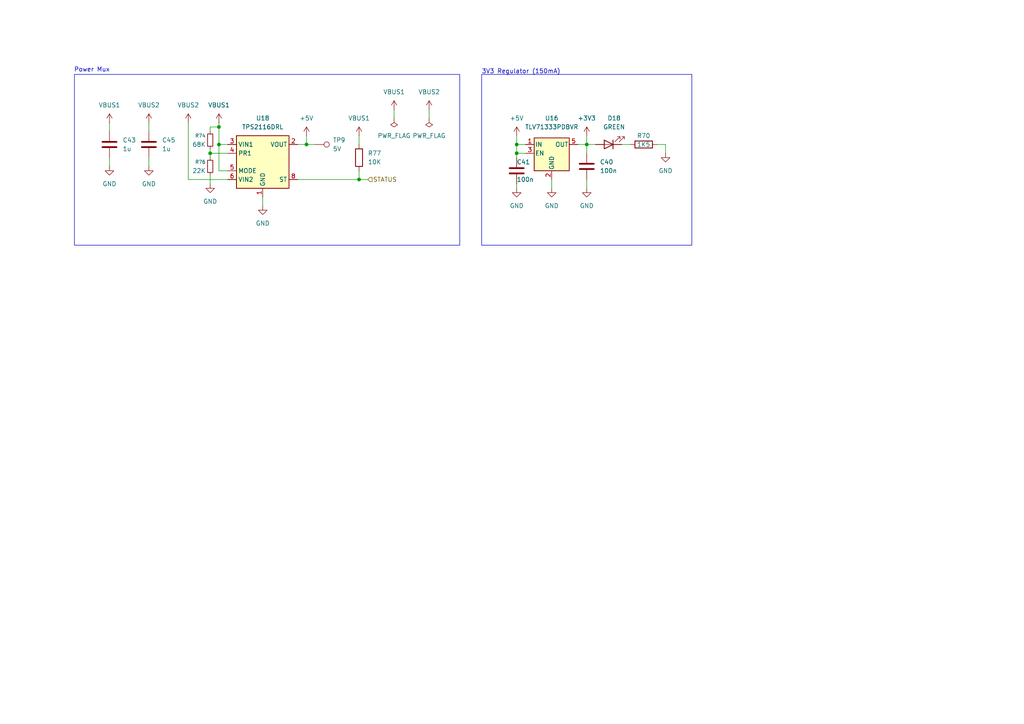
<source format=kicad_sch>
(kicad_sch (version 20250114) (generator "eeschema") (generator_version "9.0")
  (paper "A4")
  (lib_symbols
    (symbol "Connector:TestPoint" (pin_numbers (hide yes)) (pin_names (offset 0.762) (hide yes))
      (property "Reference" "TP" (at 0 6.858 0))
      (property "Value" "TestPoint" (at 0 5.08 0))
      (symbol "TestPoint_0_1"
        (circle (center 0 3.302) (radius 0.762))
      )
      (symbol "TestPoint_1_1"
        (pin passive line (at 0 0 90) (length 2.54) (name "1") (number "1"))
      )
    )
    (symbol "Device:C" (pin_numbers (hide yes)) (pin_names (offset 0.254))
      (property "Reference" "C" (at 0.635 2.54 0))
      (property "Value" "C" (at 0.635 -2.54 0))
      (symbol "C_0_1"
        (polyline (pts (xy -2.032 0.762) (xy 2.032 0.762)) (stroke (width 0.508)))
        (polyline (pts (xy -2.032 -0.762) (xy 2.032 -0.762)) (stroke (width 0.508)))
      )
      (symbol "C_1_1"
        (pin passive line (at 0 3.81 270) (length 2.794) (name "~") (number "1"))
        (pin passive line (at 0 -3.81 90) (length 2.794) (name "~") (number "2"))
      )
    )
    (symbol "Device:LED" (pin_numbers (hide yes)) (pin_names (offset 1.016) (hide yes))
      (property "Reference" "D" (at 0 2.54 0))
      (property "Value" "LED" (at 0 -2.54 0))
      (symbol "LED_0_1"
        (polyline (pts (xy -3.048 -0.762) (xy -4.572 -2.286) (xy -3.81 -2.286) (xy -4.572 -2.286) (xy -4.572 -1.524)))
        (polyline (pts (xy -1.778 -0.762) (xy -3.302 -2.286) (xy -2.54 -2.286) (xy -3.302 -2.286) (xy -3.302 -1.524)))
        (polyline (pts (xy -1.27 0) (xy 1.27 0)))
        (polyline (pts (xy -1.27 -1.27) (xy -1.27 1.27)) (stroke (width 0.254)))
        (polyline (pts (xy 1.27 -1.27) (xy 1.27 1.27) (xy -1.27 0) (xy 1.27 -1.27)) (stroke (width 0.254)))
      )
      (symbol "LED_1_1"
        (pin passive line (at -3.81 0 0) (length 2.54) (name "K") (number "1"))
        (pin passive line (at 3.81 0 180) (length 2.54) (name "A") (number "2"))
      )
    )
    (symbol "Device:R" (pin_numbers (hide yes)) (pin_names (offset 0))
      (property "Reference" "R" (at 2.032 0 90))
      (property "Value" "R" (at 0 0 90))
      (symbol "R_0_1"
        (rectangle (start -1.016 -2.54) (end 1.016 2.54) (stroke (width 0.254)))
      )
      (symbol "R_1_1"
        (pin passive line (at 0 3.81 270) (length 1.27) (name "~") (number "1"))
        (pin passive line (at 0 -3.81 90) (length 1.27) (name "~") (number "2"))
      )
    )
    (symbol "Device:R_Small" (pin_numbers (hide yes)) (pin_names (offset 0.254) (hide yes))
      (property "Reference" "R" (at 0 0 90))
      (property "Value" "R_Small" (at 1.778 0 90))
      (symbol "R_Small_0_1"
        (rectangle (start -0.762 1.778) (end 0.762 -1.778) (stroke (width 0.2032)))
      )
      (symbol "R_Small_1_1"
        (pin passive line (at 0 2.54 270) (length 0.762) (name "~") (number "1"))
        (pin passive line (at 0 -2.54 90) (length 0.762) (name "~") (number "2"))
      )
    )
    (symbol "Power_Management:TPS2116DRL"
      (property "Reference" "U" (at -7.874 9.144 0))
      (property "Value" "TPS2116DRL" (at 0.508 -8.89 0))
      (symbol "TPS2116DRL_0_1"
        (rectangle (start -7.62 7.62) (end 7.62 -7.62) (stroke (width 0.254)) (fill (type background)))
      )
      (symbol "TPS2116DRL_1_0"
        (pin power_out line (at 10.16 5.08 180) (length 2.54) (hide yes) (name "VOUT") (number "7"))
      )
      (symbol "TPS2116DRL_1_1"
        (pin power_in line (at -10.16 5.08 0) (length 2.54) (name "VIN1") (number "3"))
        (pin input line (at -10.16 2.54 0) (length 2.54) (name "PR1") (number "4"))
        (pin input line (at -10.16 -2.54 0) (length 2.54) (name "MODE") (number "5"))
        (pin power_in line (at -10.16 -5.08 0) (length 2.54) (name "VIN2") (number "6"))
        (pin power_in line (at 0 -10.16 90) (length 2.54) (name "GND") (number "1"))
        (pin power_out line (at 10.16 5.08 180) (length 2.54) (name "VOUT") (number "2"))
        (pin open_collector line (at 10.16 -5.08 180) (length 2.54) (name "ST") (number "8"))
      )
    )
    (symbol "TLV71333PDQ:TLV71333PDBVR" (pin_names (offset 0.254))
      (property "Reference" "U" (at -3.81 5.715 0))
      (property "Value" "TLV71333PDBVR" (at 0 5.715 0))
      (symbol "TLV71333PDBVR_0_1"
        (rectangle (start -5.08 4.445) (end 5.08 -5.08) (stroke (width 0.254)) (fill (type background)))
      )
      (symbol "TLV71333PDBVR_1_1"
        (pin power_in line (at -7.62 2.54 0) (length 2.54) (name "IN") (number "1"))
        (pin input line (at -7.62 0 0) (length 2.54) (name "EN") (number "3"))
        (pin power_in line (at 0 -7.62 90) (length 2.54) (name "GND") (number "2"))
        (pin no_connect line (at 2.54 -7.62 90) (length 2.54) (hide yes) (name "NC") (number "4"))
        (pin power_out line (at 7.62 2.54 180) (length 2.54) (name "OUT") (number "5"))
      )
    )
    (symbol "power:+3V3" (power) (pin_numbers (hide yes)) (pin_names (offset 0) (hide yes))
      (property "Value" "+3V3" (at 0 3.556 0))
      (symbol "+3V3_0_1"
        (polyline (pts (xy -0.762 1.27) (xy 0 2.54)))
        (polyline (pts (xy 0 2.54) (xy 0.762 1.27)))
        (polyline (pts (xy 0 0) (xy 0 2.54)))
      )
      (symbol "+3V3_1_1"
        (pin power_in line (at 0 0 90) (length 0) (name "~") (number "1"))
      )
    )
    (symbol "power:+5V" (power) (pin_numbers (hide yes)) (pin_names (offset 0) (hide yes))
      (property "Value" "+5V" (at 0 3.556 0))
      (symbol "+5V_0_1"
        (polyline (pts (xy -0.762 1.27) (xy 0 2.54)))
        (polyline (pts (xy 0 2.54) (xy 0.762 1.27)))
        (polyline (pts (xy 0 0) (xy 0 2.54)))
      )
      (symbol "+5V_1_1"
        (pin power_in line (at 0 0 90) (length 0) (name "~") (number "1"))
      )
    )
    (symbol "power:GND" (power) (pin_numbers (hide yes)) (pin_names (offset 0) (hide yes))
      (property "Value" "GND" (at 0 -3.81 0))
      (symbol "GND_0_1"
        (polyline (pts (xy 0 0) (xy 0 -1.27) (xy 1.27 -1.27) (xy 0 -2.54) (xy -1.27 -1.27) (xy 0 -1.27)))
      )
      (symbol "GND_1_1"
        (pin power_in line (at 0 0 270) (length 0) (name "~") (number "1"))
      )
    )
    (symbol "power:PWR_FLAG" (power) (pin_numbers (hide yes)) (pin_names (offset 0) (hide yes))
      (property "Value" "PWR_FLAG" (at 0 3.81 0))
      (symbol "PWR_FLAG_0_0"
        (pin power_out line (at 0 0 90) (length 0) (name "~") (number "1"))
      )
      (symbol "PWR_FLAG_0_1"
        (polyline (pts (xy 0 0) (xy 0 1.27) (xy -1.016 1.905) (xy 0 2.54) (xy 1.016 1.905) (xy 0 1.27)))
      )
    )
    (symbol "power:VBUS" (power) (pin_numbers (hide yes)) (pin_names (offset 0) (hide yes))
      (property "Value" "VBUS" (at 0 3.556 0))
      (symbol "VBUS_0_1"
        (polyline (pts (xy -0.762 1.27) (xy 0 2.54)))
        (polyline (pts (xy 0 2.54) (xy 0.762 1.27)))
        (polyline (pts (xy 0 0) (xy 0 2.54)))
      )
      (symbol "VBUS_1_1"
        (pin power_in line (at 0 0 90) (length 0) (name "~") (number "1"))
      )
    )
  )
  (rectangle (start 21.59 21.59) (end 133.35 71.12))
  (text "3V3 Regulator (150mA)" (at 139.7 21.59 0) (effects (font (size 1.27 1.27)) (justify left bottom)))
  (text "Power Mux" (at 26.67 20.32 0) (effects (font (size 1.27 1.27))))
  (junction (at 60.96 44.45))
  (junction (at 63.5 41.91))
  (junction (at 170.18 41.91))
  (junction (at 149.86 41.91))
  (junction (at 88.9 41.91))
  (junction (at 104.14 52.07))
  (junction (at 63.5 36.83))
  (junction (at 149.86 44.45))
  (wire (pts (xy 60.96 36.83) (xy 60.96 38.1)))
  (wire (pts (xy 167.64 41.91) (xy 170.18 41.91)))
  (wire (pts (xy 193.04 41.91) (xy 190.5 41.91)))
  (wire (pts (xy 104.14 49.53) (xy 104.14 52.07)))
  (wire (pts (xy 43.18 45.72) (xy 43.18 48.26)))
  (wire (pts (xy 193.04 44.45) (xy 193.04 41.91)))
  (polyline (pts (xy 200.66 71.12) (xy 139.7 71.12)))
  (wire (pts (xy 149.86 44.45) (xy 152.4 44.45)))
  (wire (pts (xy 104.14 52.07) (xy 106.68 52.07)))
  (wire (pts (xy 63.5 49.53) (xy 66.04 49.53)))
  (wire (pts (xy 88.9 41.91) (xy 86.36 41.91)))
  (wire (pts (xy 170.18 41.91) (xy 172.72 41.91)))
  (wire (pts (xy 170.18 39.37) (xy 170.18 41.91)))
  (wire (pts (xy 76.2 57.15) (xy 76.2 59.69)))
  (wire (pts (xy 114.3 31.75) (xy 114.3 34.29)))
  (wire (pts (xy 88.9 39.37) (xy 88.9 41.91)))
  (wire (pts (xy 149.86 41.91) (xy 152.4 41.91)))
  (wire (pts (xy 43.18 35.56) (xy 43.18 38.1)))
  (polyline (pts (xy 139.7 21.59) (xy 200.66 21.59)))
  (wire (pts (xy 86.36 52.07) (xy 104.14 52.07)))
  (wire (pts (xy 31.75 45.72) (xy 31.75 48.26)))
  (polyline (pts (xy 139.7 21.59) (xy 139.7 71.12)))
  (wire (pts (xy 63.5 41.91) (xy 66.04 41.91)))
  (wire (pts (xy 149.86 41.91) (xy 149.86 44.45)))
  (wire (pts (xy 60.96 44.45) (xy 60.96 43.18)))
  (wire (pts (xy 60.96 44.45) (xy 60.96 45.72)))
  (wire (pts (xy 31.75 35.56) (xy 31.75 38.1)))
  (wire (pts (xy 54.61 35.56) (xy 54.61 52.07)))
  (wire (pts (xy 170.18 52.07) (xy 170.18 54.61)))
  (wire (pts (xy 60.96 50.8) (xy 60.96 53.34)))
  (wire (pts (xy 124.46 31.75) (xy 124.46 34.29)))
  (wire (pts (xy 149.86 39.37) (xy 149.86 41.91)))
  (wire (pts (xy 63.5 36.83) (xy 60.96 36.83)))
  (wire (pts (xy 149.86 45.72) (xy 149.86 44.45)))
  (wire (pts (xy 88.9 41.91) (xy 91.44 41.91)))
  (wire (pts (xy 180.34 41.91) (xy 182.88 41.91)))
  (wire (pts (xy 63.5 35.56) (xy 63.5 36.83)))
  (wire (pts (xy 160.02 52.07) (xy 160.02 54.61)))
  (wire (pts (xy 149.86 53.34) (xy 149.86 54.61)))
  (wire (pts (xy 63.5 36.83) (xy 63.5 41.91)))
  (wire (pts (xy 54.61 52.07) (xy 66.04 52.07)))
  (polyline (pts (xy 200.66 21.59) (xy 200.66 71.12)))
  (wire (pts (xy 104.14 39.37) (xy 104.14 41.91)))
  (wire (pts (xy 170.18 41.91) (xy 170.18 44.45)))
  (wire (pts (xy 66.04 44.45) (xy 60.96 44.45)))
  (wire (pts (xy 63.5 41.91) (xy 63.5 49.53)))
  (hierarchical_label "STATUS" (shape input) (at 106.68 52.07 0))
  (symbol (lib_id "Device:C") (at 149.86 49.53 0) (unit 1)
    (property "Reference" "C41" (at 149.86 46.99 0) (effects (justify left)))
    (property "Value" "100n" (at 149.86 52.07 0) (effects (justify left)))
    (property "Footprint" "Capacitor_SMD:C_0603_1608Metric" (effects (hide yes)))
    (property "Description" "Unpolarized capacitor" (effects (hide yes)))
    (property "LCSC" "C282519" (effects (hide yes)))
  )
  (symbol (lib_id "power:PWR_FLAG") (at 114.3 34.29 180) (unit 1)
    (property "Reference" "#FLG03" (effects (hide yes)))
    (property "Value" "PWR_FLAG" (at 114.3 39.37 0))
    (property "Description" "Special symbol for telling ERC where power comes from" (effects (hide yes)))
  )
  (symbol (lib_id "power:VBUS") (at 31.75 35.56 0) (unit 1)
    (property "Reference" "#PWR0153" (effects (hide yes)))
    (property "Value" "VBUS1" (at 31.75 30.48 0))
    (property "Description" "Power symbol creates a global label with name \"VBUS\"" (effects (hide yes)))
  )
  (symbol (lib_id "power:GND") (at 170.18 54.61 0) (unit 1)
    (property "Reference" "#PWR0123" (effects (hide yes)))
    (property "Value" "GND" (at 170.18 59.69 0))
    (property "Description" "Power symbol creates a global label with name \"GND\" , ground" (effects (hide yes)))
  )
  (symbol (lib_id "Device:C") (at 43.18 41.91 0) (unit 1)
    (property "Reference" "C45" (at 46.99 40.6399 0) (effects (justify left)))
    (property "Value" "1u" (at 46.99 43.1799 0) (effects (justify left)))
    (property "Footprint" "Capacitor_SMD:C_0603_1608Metric" (effects (hide yes)))
    (property "Description" "Unpolarized capacitor" (effects (hide yes)))
  )
  (symbol (lib_id "Device:LED") (at 176.53 41.91 180) (unit 1)
    (property "Reference" "D18" (at 178.1175 34.29 0))
    (property "Value" "GREEN" (at 178.1175 36.83 0))
    (property "Footprint" "LED_SMD:LED_0603_1608Metric" (effects (hide yes)))
    (property "Description" "Light emitting diode" (effects (hide yes)))
    (property "LCSC" "C2856703" (effects (hide yes)))
    (property "Part" "QBLP595-IG" (effects (hide yes)))
    (property "Sim.Pins" "1=K 2=A" (effects (hide yes)))
  )
  (symbol (lib_id "power:GND") (at 160.02 54.61 0) (unit 1)
    (property "Reference" "#PWR0122" (effects (hide yes)))
    (property "Value" "GND" (at 160.02 59.69 0))
    (property "Description" "Power symbol creates a global label with name \"GND\" , ground" (effects (hide yes)))
  )
  (symbol (lib_id "power:VBUS") (at 54.61 35.56 0) (unit 1)
    (property "Reference" "#PWR0149" (effects (hide yes)))
    (property "Value" "VBUS2" (at 54.61 30.48 0))
    (property "Description" "Power symbol creates a global label with name \"VBUS\"" (effects (hide yes)))
  )
  (symbol (lib_id "Connector:TestPoint") (at 91.44 41.91 270) (unit 1)
    (property "Reference" "TP9" (at 96.52 40.6399 90) (effects (justify left)))
    (property "Value" "5V" (at 96.52 43.1799 90) (effects (justify left)))
    (property "Footprint" "TestPoint:TestPoint_Pad_1.0x1.0mm" (effects (hide yes)))
    (property "Description" "test point" (effects (hide yes)))
  )
  (symbol (lib_id "Device:C") (at 170.18 48.26 0) (unit 1)
    (property "Reference" "C40" (at 173.99 46.9899 0) (effects (justify left)))
    (property "Value" "100n" (at 173.99 49.5299 0) (effects (justify left)))
    (property "Footprint" "Capacitor_SMD:C_0603_1608Metric" (effects (hide yes)))
    (property "Description" "Unpolarized capacitor" (effects (hide yes)))
    (property "LCSC" "C282519" (effects (hide yes)))
  )
  (symbol (lib_id "power:+5V") (at 88.9 39.37 0) (unit 1)
    (property "Reference" "#PWR0151" (effects (hide yes)))
    (property "Value" "+5V" (at 88.9 34.29 0))
    (property "Description" "Power symbol creates a global label with name \"+5V\"" (effects (hide yes)))
  )
  (symbol (lib_id "Power_Management:TPS2116DRL") (at 76.2 46.99 0) (unit 1)
    (property "Reference" "U18" (at 76.2 34.29 0))
    (property "Value" "TPS2116DRL" (at 76.2 36.83 0))
    (property "Footprint" "Package_TO_SOT_SMD:SOT-583-8" (effects (hide yes)))
    (property "Datasheet" "https://www.ti.com/lit/ds/symlink/tps2116.pdf" (effects (hide yes)))
    (property "Description" "2 Channnels Power Mux with Manual and Priority Switchover, 1.6-5.5V Input Voltage, 2.5A Output Current, Ron 40 mOhm, SOT-583-8" (effects (hide yes)))
  )
  (symbol (lib_id "Device:R") (at 104.14 45.72 0) (unit 1)
    (property "Reference" "R77" (at 106.68 44.4499 0) (effects (justify left)))
    (property "Value" "10K" (at 106.68 46.9899 0) (effects (justify left)))
    (property "Footprint" "Resistor_SMD:R_0402_1005Metric" (effects (hide yes)))
    (property "Description" "Resistor" (effects (hide yes)))
  )
  (symbol (lib_id "power:+3V3") (at 170.18 39.37 0) (unit 1)
    (property "Reference" "#PWR0120" (effects (hide yes)))
    (property "Value" "+3V3" (at 170.18 34.29 0))
    (property "Description" "Power symbol creates a global label with name \"+3V3\"" (effects (hide yes)))
  )
  (symbol (lib_id "power:+5V") (at 149.86 39.37 0) (unit 1)
    (property "Reference" "#PWR0119" (effects (hide yes)))
    (property "Value" "+5V" (at 149.86 34.29 0))
    (property "Description" "Power symbol creates a global label with name \"+5V\"" (effects (hide yes)))
  )
  (symbol (lib_id "Device:R_Small") (at 60.96 48.26 0) (mirror y) (unit 1)
    (property "Reference" "R76" (at 59.69 46.99 0) (effects (font (size 1.016 1.016)) (justify left)))
    (property "Value" "22K" (at 59.69 49.53 0) (effects (justify left)))
    (property "Footprint" "Resistor_SMD:R_0402_1005Metric" (effects (hide yes)))
    (property "Description" "Resistor, small symbol" (effects (hide yes)))
  )
  (symbol (lib_id "power:GND") (at 31.75 48.26 0) (unit 1)
    (property "Reference" "#PWR0155" (effects (hide yes)))
    (property "Value" "GND" (at 31.75 53.34 0))
    (property "Description" "Power symbol creates a global label with name \"GND\" , ground" (effects (hide yes)))
  )
  (symbol (lib_id "power:PWR_FLAG") (at 124.46 34.29 180) (unit 1)
    (property "Reference" "#FLG04" (effects (hide yes)))
    (property "Value" "PWR_FLAG" (at 124.46 39.37 0))
    (property "Description" "Special symbol for telling ERC where power comes from" (effects (hide yes)))
  )
  (symbol (lib_id "power:VBUS") (at 63.5 35.56 0) (unit 1)
    (property "Reference" "#PWR0143" (effects (hide yes)))
    (property "Value" "VBUS1" (at 63.5 30.48 0))
    (property "Description" "Power symbol creates a global label with name \"VBUS\"" (effects (hide yes)))
  )
  (symbol (lib_id "power:GND") (at 43.18 48.26 0) (unit 1)
    (property "Reference" "#PWR0159" (effects (hide yes)))
    (property "Value" "GND" (at 43.18 53.34 0))
    (property "Description" "Power symbol creates a global label with name \"GND\" , ground" (effects (hide yes)))
  )
  (symbol (lib_id "power:GND") (at 149.86 54.61 0) (unit 1)
    (property "Reference" "#PWR0132" (effects (hide yes)))
    (property "Value" "GND" (at 149.86 59.69 0))
    (property "Description" "Power symbol creates a global label with name \"GND\" , ground" (effects (hide yes)))
  )
  (symbol (lib_id "Device:R_Small") (at 60.96 40.64 0) (mirror y) (unit 1)
    (property "Reference" "R74" (at 59.69 39.37 0) (effects (font (size 1.016 1.016)) (justify left)))
    (property "Value" "68K" (at 59.69 41.91 0) (effects (justify left)))
    (property "Footprint" "Resistor_SMD:R_0402_1005Metric" (effects (hide yes)))
    (property "Description" "Resistor, small symbol" (effects (hide yes)))
  )
  (symbol (lib_id "TLV71333PDQ:TLV71333PDBVR") (at 160.02 44.45 0) (unit 1)
    (property "Reference" "U16" (at 160.02 34.29 0))
    (property "Value" "TLV71333PDBVR" (at 160.02 36.83 0))
    (property "Footprint" "Package_TO_SOT_SMD:SOT-23-5" (effects (hide yes)))
    (property "Datasheet" "http://www.ti.com/lit/ds/symlink/tlv713p.pdf" (effects (hide yes)))
    (property "Description" "150mA Low Dropout Voltage Regulator, Fixed Output 3.3V, SOT-23-5" (effects (hide yes)))
    (property "LCSC" "C2867340" (effects (hide yes)))
  )
  (symbol (lib_id "power:GND") (at 193.04 44.45 0) (unit 1)
    (property "Reference" "#PWR0121" (effects (hide yes)))
    (property "Value" "GND" (at 193.04 49.53 0))
    (property "Description" "Power symbol creates a global label with name \"GND\" , ground" (effects (hide yes)))
  )
  (symbol (lib_id "power:VBUS") (at 114.3 31.75 0) (unit 1)
    (property "Reference" "#PWR0166" (effects (hide yes)))
    (property "Value" "VBUS1" (at 114.3 26.67 0))
    (property "Description" "Power symbol creates a global label with name \"VBUS\"" (effects (hide yes)))
  )
  (symbol (lib_id "Device:R") (at 186.69 41.91 90) (unit 1)
    (property "Reference" "R70" (at 186.69 39.37 90))
    (property "Value" "1K5" (at 186.69 41.91 90))
    (property "Footprint" "Resistor_SMD:R_0402_1005Metric" (effects (hide yes)))
    (property "Description" "Resistor" (effects (hide yes)))
    (property "LCSC" "C25930" (effects (hide yes)))
  )
  (symbol (lib_id "power:GND") (at 60.96 53.34 0) (unit 1)
    (property "Reference" "#PWR0147" (effects (hide yes)))
    (property "Value" "GND" (at 60.96 58.42 0))
    (property "Description" "Power symbol creates a global label with name \"GND\" , ground" (effects (hide yes)))
  )
  (symbol (lib_id "power:VBUS") (at 104.14 39.37 0) (unit 1)
    (property "Reference" "#PWR0137" (effects (hide yes)))
    (property "Value" "VBUS1" (at 104.14 34.29 0))
    (property "Description" "Power symbol creates a global label with name \"VBUS\"" (effects (hide yes)))
  )
  (symbol (lib_id "power:VBUS") (at 124.46 31.75 0) (unit 1)
    (property "Reference" "#PWR0167" (effects (hide yes)))
    (property "Value" "VBUS2" (at 124.46 26.67 0))
    (property "Description" "Power symbol creates a global label with name \"VBUS\"" (effects (hide yes)))
  )
  (symbol (lib_id "power:VBUS") (at 43.18 35.56 0) (unit 1)
    (property "Reference" "#PWR0158" (effects (hide yes)))
    (property "Value" "VBUS2" (at 43.18 30.48 0))
    (property "Description" "Power symbol creates a global label with name \"VBUS\"" (effects (hide yes)))
  )
  (symbol (lib_id "power:GND") (at 76.2 59.69 0) (unit 1)
    (property "Reference" "#PWR0145" (effects (hide yes)))
    (property "Value" "GND" (at 76.2 64.77 0))
    (property "Description" "Power symbol creates a global label with name \"GND\" , ground" (effects (hide yes)))
  )
  (symbol (lib_id "Device:C") (at 31.75 41.91 0) (unit 1)
    (property "Reference" "C43" (at 35.56 40.6399 0) (effects (justify left)))
    (property "Value" "1u" (at 35.56 43.1799 0) (effects (justify left)))
    (property "Footprint" "Capacitor_SMD:C_0603_1608Metric" (effects (hide yes)))
    (property "Description" "Unpolarized capacitor" (effects (hide yes)))
  )
)
</source>
